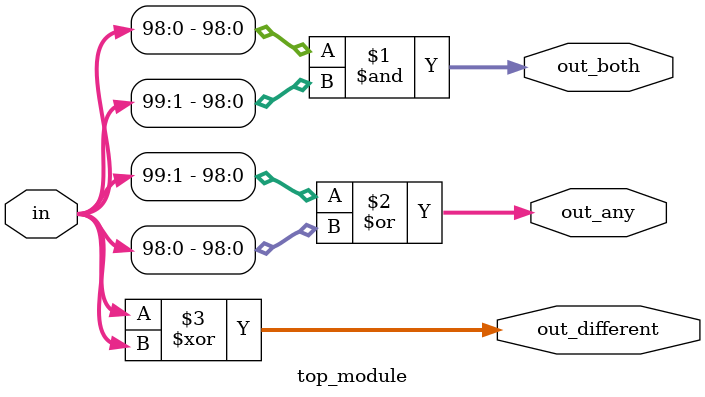
<source format=sv>
module top_module (
    input [99:0] in,
    output [98:0] out_both,
    output [99:1] out_any,
    output [99:0] out_different
);
	
	// (1) out_both
	assign out_both = in[98:0] & in[99:1];
	
	// (2) out_any
	assign out_any = in[99:1] | in[98:0];
	
	// (3) out_different
	assign out_different = in ^ {in[99], in[98:0]};
	
endmodule

</source>
